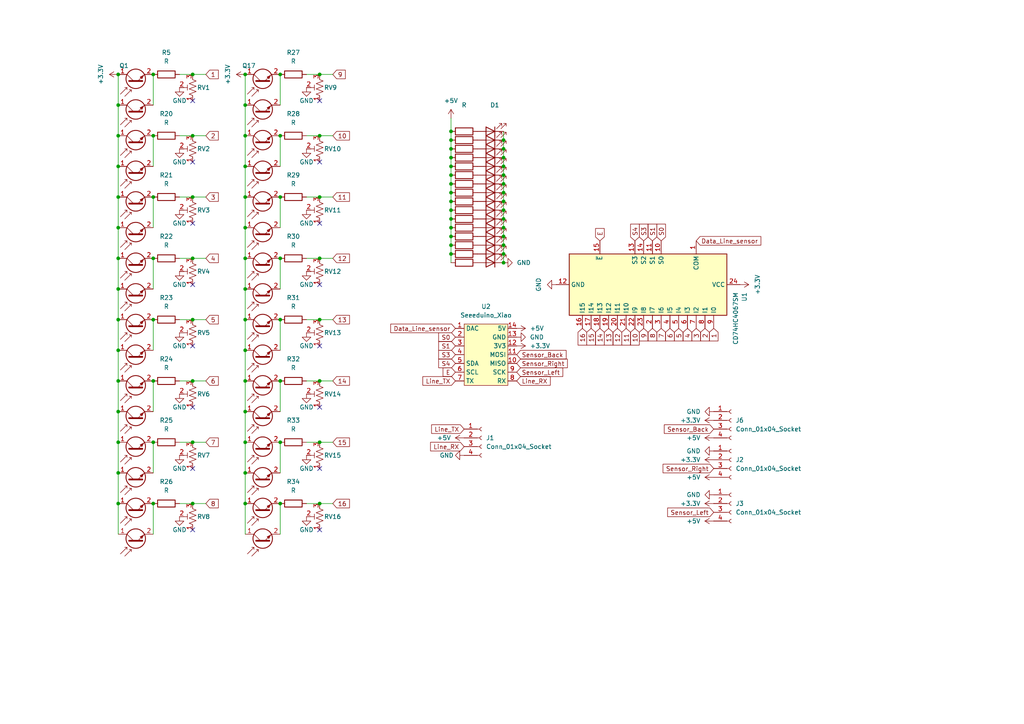
<source format=kicad_sch>
(kicad_sch (version 20230121) (generator eeschema)
  (paper "A4")
  (lib_symbols
    (symbol "74xx:CD74HC4067SM"
      (property "Reference" "U" (at -8.89 22.86 0))
      (property "Value" "CD74HC4067SM" (at 1.27 22.86 0))
      (symbol "CD74HC4067SM_0_1"
        (rectangle (start -8.89 21.59) (end 8.89 -24.13) (stroke (width 0.254)) (fill (type background)))
      )
      (symbol "CD74HC4067SM_1_1"
        (pin passive line (at -12.7 12.7 0) (length 3.81) (name "COM") (number "1"))
        (pin input line (at -12.7 2.54 0) (length 3.81) (name "S0") (number "10"))
        (pin input line (at -12.7 0 0) (length 3.81) (name "S1") (number "11"))
        (pin power_in line (at 0 -27.94 90) (length 3.81) (name "GND") (number "12"))
        (pin input line (at -12.7 -5.08 0) (length 3.81) (name "S3") (number "13"))
        (pin input line (at -12.7 -2.54 0) (length 3.81) (name "S2") (number "14"))
        (pin input line (at -12.7 -15.24 0) (length 3.81) (name "~{E}") (number "15"))
        (pin passive line (at 12.7 -20.32 180) (length 3.81) (name "I15") (number "16"))
        (pin passive line (at 12.7 -17.78 180) (length 3.81) (name "I14") (number "17"))
        (pin passive line (at 12.7 -15.24 180) (length 3.81) (name "I13") (number "18"))
        (pin passive line (at 12.7 -12.7 180) (length 3.81) (name "I12") (number "19"))
        (pin passive line (at 12.7 0 180) (length 3.81) (name "I7") (number "2"))
        (pin passive line (at 12.7 -10.16 180) (length 3.81) (name "I11") (number "20"))
        (pin passive line (at 12.7 -7.62 180) (length 3.81) (name "I10") (number "21"))
        (pin passive line (at 12.7 -5.08 180) (length 3.81) (name "I9") (number "22"))
        (pin passive line (at 12.7 -2.54 180) (length 3.81) (name "I8") (number "23"))
        (pin power_in line (at 0 25.4 270) (length 3.81) (name "VCC") (number "24"))
        (pin passive line (at 12.7 2.54 180) (length 3.81) (name "I6") (number "3"))
        (pin passive line (at 12.7 5.08 180) (length 3.81) (name "I5") (number "4"))
        (pin passive line (at 12.7 7.62 180) (length 3.81) (name "I4") (number "5"))
        (pin passive line (at 12.7 10.16 180) (length 3.81) (name "I3") (number "6"))
        (pin passive line (at 12.7 12.7 180) (length 3.81) (name "I2") (number "7"))
        (pin passive line (at 12.7 15.24 180) (length 3.81) (name "I1") (number "8"))
        (pin passive line (at 12.7 17.78 180) (length 3.81) (name "I0") (number "9"))
      )
    )
    (symbol "Connector:Conn_01x04_Socket" (pin_names (offset 1.016) hide)
      (property "Reference" "J" (at 0 5.08 0))
      (property "Value" "Conn_01x04_Socket" (at 0 -7.62 0))
      (symbol "Conn_01x04_Socket_1_1"
        (arc (start 0 -4.572) (mid -0.5058 -5.08) (end 0 -5.588) (stroke (width 0.1524)))
        (arc (start 0 -2.032) (mid -0.5058 -2.54) (end 0 -3.048) (stroke (width 0.1524)))
        (polyline (pts (xy -1.27 -5.08) (xy -0.508 -5.08)) (stroke (width 0.1524)))
        (polyline (pts (xy -1.27 -2.54) (xy -0.508 -2.54)) (stroke (width 0.1524)))
        (polyline (pts (xy -1.27 0) (xy -0.508 0)) (stroke (width 0.1524)))
        (polyline (pts (xy -1.27 2.54) (xy -0.508 2.54)) (stroke (width 0.1524)))
        (arc (start 0 0.508) (mid -0.5058 0) (end 0 -0.508) (stroke (width 0.1524)))
        (arc (start 0 3.048) (mid -0.5058 2.54) (end 0 2.032) (stroke (width 0.1524)))
        (pin passive line (at -5.08 2.54 0) (length 3.81) (name "Pin_1") (number "1"))
        (pin passive line (at -5.08 0 0) (length 3.81) (name "Pin_2") (number "2"))
        (pin passive line (at -5.08 -2.54 0) (length 3.81) (name "Pin_3") (number "3"))
        (pin passive line (at -5.08 -5.08 0) (length 3.81) (name "Pin_4") (number "4"))
      )
    )
    (symbol "Device:LED" (pin_numbers hide) (pin_names (offset 1.016) hide)
      (property "Reference" "D" (at 0 2.54 0))
      (property "Value" "LED" (at 0 -2.54 0))
      (symbol "LED_0_1"
        (polyline (pts (xy -1.27 -1.27) (xy -1.27 1.27)) (stroke (width 0.254)))
        (polyline (pts (xy -1.27 0) (xy 1.27 0)))
        (polyline (pts (xy 1.27 -1.27) (xy 1.27 1.27) (xy -1.27 0) (xy 1.27 -1.27)) (stroke (width 0.254)))
        (polyline (pts (xy -3.048 -0.762) (xy -4.572 -2.286) (xy -3.81 -2.286) (xy -4.572 -2.286) (xy -4.572 -1.524)))
        (polyline (pts (xy -1.778 -0.762) (xy -3.302 -2.286) (xy -2.54 -2.286) (xy -3.302 -2.286) (xy -3.302 -1.524)))
      )
      (symbol "LED_1_1"
        (pin passive line (at -3.81 0 0) (length 2.54) (name "K") (number "1"))
        (pin passive line (at 3.81 0 180) (length 2.54) (name "A") (number "2"))
      )
    )
    (symbol "Device:Q_Photo_NPN" (pin_names (offset 0) hide)
      (property "Reference" "Q" (at 5.08 1.27 0))
      (property "Value" "Q_Photo_NPN" (at 5.08 -1.27 0))
      (symbol "Q_Photo_NPN_0_1"
        (polyline (pts (xy -1.905 1.27) (xy -2.54 1.27)))
        (polyline (pts (xy -1.27 2.54) (xy -1.905 2.54)))
        (polyline (pts (xy 0.635 0.635) (xy 2.54 2.54)))
        (polyline (pts (xy -3.81 3.175) (xy -1.905 1.27) (xy -1.905 1.905)))
        (polyline (pts (xy -3.175 4.445) (xy -1.27 2.54) (xy -1.27 3.175)))
        (polyline (pts (xy 0.635 -0.635) (xy 2.54 -2.54) (xy 2.54 -2.54)))
        (polyline (pts (xy 0.635 1.905) (xy 0.635 -1.905) (xy 0.635 -1.905)) (stroke (width 0.508)))
        (polyline (pts (xy 1.27 -1.778) (xy 1.778 -1.27) (xy 2.286 -2.286) (xy 1.27 -1.778) (xy 1.27 -1.778)) (fill (type outline)))
        (circle (center 1.27 0) (radius 2.8194) (stroke (width 0.254)))
      )
      (symbol "Q_Photo_NPN_1_1"
        (pin passive line (at 2.54 5.08 270) (length 2.54) (name "C") (number "1"))
        (pin passive line (at 2.54 -5.08 90) (length 2.54) (name "E") (number "2"))
      )
    )
    (symbol "Device:R" (pin_numbers hide) (pin_names (offset 0))
      (property "Reference" "R" (at 2.032 0 90))
      (property "Value" "R" (at 0 0 90))
      (symbol "R_0_1"
        (rectangle (start -1.016 -2.54) (end 1.016 2.54) (stroke (width 0.254)))
      )
      (symbol "R_1_1"
        (pin passive line (at 0 3.81 270) (length 1.27) (name "~") (number "1"))
        (pin passive line (at 0 -3.81 90) (length 1.27) (name "~") (number "2"))
      )
    )
    (symbol "Device:R_Potentiometer_Trim_US" (pin_names (offset 1.016) hide)
      (property "Reference" "RV" (at -4.445 0 90))
      (property "Value" "R_Potentiometer_Trim_US" (at -2.54 0 90))
      (symbol "R_Potentiometer_Trim_US_0_1"
        (polyline (pts (xy 0 -2.286) (xy 0 -2.54)))
        (polyline (pts (xy 0 2.286) (xy 0 2.54)))
        (polyline (pts (xy 1.524 0.762) (xy 1.524 -0.762)))
        (polyline (pts (xy 2.54 0) (xy 1.524 0)))
        (polyline (pts (xy 0 -0.762) (xy 1.016 -1.143) (xy 0 -1.524) (xy -1.016 -1.905) (xy 0 -2.286)))
        (polyline (pts (xy 0 0.762) (xy 1.016 0.381) (xy 0 0) (xy -1.016 -0.381) (xy 0 -0.762)))
        (polyline (pts (xy 0 2.286) (xy 1.016 1.905) (xy 0 1.524) (xy -1.016 1.143) (xy 0 0.762)))
      )
      (symbol "R_Potentiometer_Trim_US_1_1"
        (pin passive line (at 0 3.81 270) (length 1.27) (name "1") (number "1"))
        (pin passive line (at 3.81 0 180) (length 1.27) (name "2") (number "2"))
        (pin passive line (at 0 -3.81 90) (length 1.27) (name "3") (number "3"))
      )
    )
    (symbol "power:+3.3V" (power) (pin_names (offset 0))
      (property "Value" "+3.3V" (at 0 3.556 0))
      (symbol "+3.3V_0_1"
        (polyline (pts (xy -0.762 1.27) (xy 0 2.54)))
        (polyline (pts (xy 0 0) (xy 0 2.54)))
        (polyline (pts (xy 0 2.54) (xy 0.762 1.27)))
      )
      (symbol "+3.3V_1_1"
        (pin power_in line (at 0 0 90) (length 0) hide (name "+3.3V") (number "1"))
      )
    )
    (symbol "power:+5V" (power) (pin_names (offset 0))
      (property "Value" "+5V" (at 0 3.556 0))
      (symbol "+5V_0_1"
        (polyline (pts (xy -0.762 1.27) (xy 0 2.54)))
        (polyline (pts (xy 0 0) (xy 0 2.54)))
        (polyline (pts (xy 0 2.54) (xy 0.762 1.27)))
      )
      (symbol "+5V_1_1"
        (pin power_in line (at 0 0 90) (length 0) hide (name "+5V") (number "1"))
      )
    )
    (symbol "power:GND" (power) (pin_names (offset 0))
      (property "Value" "GND" (at 0 -3.81 0))
      (symbol "GND_0_1"
        (polyline (pts (xy 0 0) (xy 0 -1.27) (xy 1.27 -1.27) (xy 0 -2.54) (xy -1.27 -1.27) (xy 0 -1.27)))
      )
      (symbol "GND_1_1"
        (pin power_in line (at 0 0 270) (length 0) hide (name "GND") (number "1"))
      )
    )
    (symbol "seeeduino_xiao:Seeeduino_Xiao"
      (property "Reference" "U" (at 0 12.7 0))
      (property "Value" "Seeeduino_Xiao" (at 0 10.16 0))
      (symbol "Seeeduino_Xiao_0_1"
        (rectangle (start -6.35 7.62) (end 6.35 -10.16) (fill (type background)))
      )
      (symbol "Seeeduino_Xiao_1_1"
        (pin bidirectional line (at -8.89 6.35 0) (length 2.54) (name "DAC") (number "1"))
        (pin bidirectional line (at 8.89 -3.81 180) (length 2.54) (name "MISO") (number "10"))
        (pin bidirectional line (at 8.89 -1.27 180) (length 2.54) (name "MOSI") (number "11"))
        (pin power_out line (at 8.89 1.27 180) (length 2.54) (name "3V3") (number "12"))
        (pin bidirectional line (at 8.89 3.81 180) (length 2.54) (name "GND") (number "13"))
        (pin power_in line (at 8.89 6.35 180) (length 2.54) (name "5V") (number "14"))
        (pin bidirectional line (at -8.89 3.81 0) (length 2.54) (name "") (number "2"))
        (pin bidirectional line (at -8.89 1.27 0) (length 2.54) (name "") (number "3"))
        (pin bidirectional line (at -8.89 -1.27 0) (length 2.54) (name "") (number "4"))
        (pin bidirectional line (at -8.89 -3.81 0) (length 2.54) (name "SDA") (number "5"))
        (pin bidirectional line (at -8.89 -6.35 0) (length 2.54) (name "SCL") (number "6"))
        (pin bidirectional line (at -8.89 -8.89 0) (length 2.54) (name "TX") (number "7"))
        (pin bidirectional line (at 8.89 -8.89 180) (length 2.54) (name "RX") (number "8"))
        (pin bidirectional line (at 8.89 -6.35 180) (length 2.54) (name "SCK") (number "9"))
      )
    )
  )
  (junction (at 81.28 128.27))
  (junction (at 71.12 57.15))
  (junction (at 146.05 58.42))
  (junction (at 34.29 146.05))
  (junction (at 34.29 39.37))
  (junction (at 55.88 92.71))
  (junction (at 44.45 74.93))
  (junction (at 55.88 39.37))
  (junction (at 71.12 119.38))
  (junction (at 71.12 74.93))
  (junction (at 55.88 57.15))
  (junction (at 81.28 74.93))
  (junction (at 92.71 110.49))
  (junction (at 44.45 110.49))
  (junction (at 34.29 83.82))
  (junction (at 34.29 30.48))
  (junction (at 146.05 55.88))
  (junction (at 146.05 53.34))
  (junction (at 34.29 101.6))
  (junction (at 130.81 73.66))
  (junction (at 71.12 66.04))
  (junction (at 34.29 128.27))
  (junction (at 44.45 92.71))
  (junction (at 146.05 43.18))
  (junction (at 81.28 92.71))
  (junction (at 92.71 128.27))
  (junction (at 55.88 74.93))
  (junction (at 81.28 146.05))
  (junction (at 146.05 40.64))
  (junction (at 130.81 68.58))
  (junction (at 34.29 57.15))
  (junction (at 146.05 66.04))
  (junction (at 81.28 39.37))
  (junction (at 55.88 110.49))
  (junction (at 130.81 40.64))
  (junction (at 81.28 21.59))
  (junction (at 146.05 50.8))
  (junction (at 44.45 57.15))
  (junction (at 130.81 53.34))
  (junction (at 55.88 146.05))
  (junction (at 146.05 60.96))
  (junction (at 34.29 110.49))
  (junction (at 92.71 39.37))
  (junction (at 146.05 63.5))
  (junction (at 71.12 110.49))
  (junction (at 130.81 50.8))
  (junction (at 44.45 21.59))
  (junction (at 92.71 92.71))
  (junction (at 146.05 48.26))
  (junction (at 81.28 110.49))
  (junction (at 92.71 74.93))
  (junction (at 130.81 55.88))
  (junction (at 130.81 45.72))
  (junction (at 130.81 58.42))
  (junction (at 71.12 92.71))
  (junction (at 146.05 45.72))
  (junction (at 34.29 74.93))
  (junction (at 130.81 48.26))
  (junction (at 92.71 146.05))
  (junction (at 34.29 119.38))
  (junction (at 92.71 57.15))
  (junction (at 92.71 21.59))
  (junction (at 81.28 57.15))
  (junction (at 44.45 39.37))
  (junction (at 130.81 60.96))
  (junction (at 34.29 92.71))
  (junction (at 71.12 137.16))
  (junction (at 71.12 39.37))
  (junction (at 146.05 73.66))
  (junction (at 34.29 48.26))
  (junction (at 146.05 68.58))
  (junction (at 55.88 128.27))
  (junction (at 71.12 30.48))
  (junction (at 71.12 146.05))
  (junction (at 130.81 66.04))
  (junction (at 34.29 66.04))
  (junction (at 44.45 146.05))
  (junction (at 71.12 48.26))
  (junction (at 71.12 101.6))
  (junction (at 130.81 43.18))
  (junction (at 130.81 63.5))
  (junction (at 71.12 128.27))
  (junction (at 130.81 71.12))
  (junction (at 146.05 76.2))
  (junction (at 130.81 38.1))
  (junction (at 146.05 71.12))
  (junction (at 34.29 137.16))
  (junction (at 71.12 83.82))
  (junction (at 71.12 21.59))
  (junction (at 55.88 21.59))
  (junction (at 34.29 21.59))
  (junction (at 44.45 128.27))
  (no_connect (at 55.88 100.33))
  (no_connect (at 92.71 153.67))
  (no_connect (at 92.71 29.21))
  (no_connect (at 55.88 82.55))
  (no_connect (at 92.71 64.77))
  (no_connect (at 92.71 100.33))
  (no_connect (at 55.88 46.99))
  (no_connect (at 55.88 153.67))
  (no_connect (at 92.71 82.55))
  (no_connect (at 92.71 135.89))
  (no_connect (at 55.88 118.11))
  (no_connect (at 55.88 64.77))
  (no_connect (at 55.88 135.89))
  (no_connect (at 92.71 118.11))
  (no_connect (at 92.71 46.99))
  (no_connect (at 55.88 29.21))
  (wire (pts (xy 34.29 92.71) (xy 34.29 101.6)))
  (wire (pts (xy 71.12 83.82) (xy 71.12 92.71)))
  (wire (pts (xy 130.81 34.29) (xy 130.81 38.1)))
  (wire (pts (xy 88.9 92.71) (xy 92.71 92.71)))
  (wire (pts (xy 55.88 146.05) (xy 59.69 146.05)))
  (wire (pts (xy 92.71 110.49) (xy 96.52 110.49)))
  (wire (pts (xy 92.71 57.15) (xy 96.52 57.15)))
  (wire (pts (xy 34.29 146.05) (xy 34.29 154.94)))
  (wire (pts (xy 34.29 66.04) (xy 34.29 74.93)))
  (wire (pts (xy 44.45 74.93) (xy 44.45 83.82)))
  (wire (pts (xy 71.12 48.26) (xy 71.12 57.15)))
  (wire (pts (xy 146.05 53.34) (xy 146.05 55.88)))
  (wire (pts (xy 130.81 53.34) (xy 130.81 55.88)))
  (wire (pts (xy 34.29 101.6) (xy 34.29 110.49)))
  (wire (pts (xy 130.81 66.04) (xy 130.81 68.58)))
  (wire (pts (xy 88.9 74.93) (xy 92.71 74.93)))
  (wire (pts (xy 130.81 45.72) (xy 130.81 48.26)))
  (wire (pts (xy 81.28 57.15) (xy 81.28 66.04)))
  (wire (pts (xy 146.05 45.72) (xy 146.05 48.26)))
  (wire (pts (xy 34.29 137.16) (xy 34.29 146.05)))
  (wire (pts (xy 52.07 146.05) (xy 55.88 146.05)))
  (wire (pts (xy 71.12 74.93) (xy 71.12 83.82)))
  (wire (pts (xy 92.71 74.93) (xy 96.52 74.93)))
  (wire (pts (xy 34.29 74.93) (xy 34.29 83.82)))
  (wire (pts (xy 130.81 68.58) (xy 130.81 71.12)))
  (wire (pts (xy 55.88 110.49) (xy 59.69 110.49)))
  (wire (pts (xy 71.12 128.27) (xy 71.12 137.16)))
  (wire (pts (xy 81.28 74.93) (xy 81.28 83.82)))
  (wire (pts (xy 81.28 146.05) (xy 81.28 154.94)))
  (wire (pts (xy 55.88 39.37) (xy 59.69 39.37)))
  (wire (pts (xy 44.45 128.27) (xy 44.45 137.16)))
  (wire (pts (xy 81.28 128.27) (xy 81.28 137.16)))
  (wire (pts (xy 88.9 146.05) (xy 92.71 146.05)))
  (wire (pts (xy 81.28 110.49) (xy 81.28 119.38)))
  (wire (pts (xy 71.12 92.71) (xy 71.12 101.6)))
  (wire (pts (xy 55.88 74.93) (xy 59.69 74.93)))
  (wire (pts (xy 44.45 110.49) (xy 44.45 119.38)))
  (wire (pts (xy 92.71 92.71) (xy 96.52 92.71)))
  (wire (pts (xy 44.45 92.71) (xy 44.45 101.6)))
  (wire (pts (xy 130.81 58.42) (xy 130.81 60.96)))
  (wire (pts (xy 92.71 21.59) (xy 96.52 21.59)))
  (wire (pts (xy 92.71 146.05) (xy 96.52 146.05)))
  (wire (pts (xy 130.81 71.12) (xy 130.81 73.66)))
  (wire (pts (xy 88.9 21.59) (xy 92.71 21.59)))
  (wire (pts (xy 52.07 110.49) (xy 55.88 110.49)))
  (wire (pts (xy 146.05 66.04) (xy 146.05 68.58)))
  (wire (pts (xy 88.9 110.49) (xy 92.71 110.49)))
  (wire (pts (xy 146.05 63.5) (xy 146.05 66.04)))
  (wire (pts (xy 34.29 83.82) (xy 34.29 92.71)))
  (wire (pts (xy 146.05 43.18) (xy 146.05 45.72)))
  (wire (pts (xy 34.29 119.38) (xy 34.29 128.27)))
  (wire (pts (xy 146.05 58.42) (xy 146.05 60.96)))
  (wire (pts (xy 130.81 55.88) (xy 130.81 58.42)))
  (wire (pts (xy 55.88 21.59) (xy 59.69 21.59)))
  (wire (pts (xy 71.12 101.6) (xy 71.12 110.49)))
  (wire (pts (xy 146.05 50.8) (xy 146.05 53.34)))
  (wire (pts (xy 71.12 57.15) (xy 71.12 66.04)))
  (wire (pts (xy 34.29 39.37) (xy 34.29 48.26)))
  (wire (pts (xy 44.45 39.37) (xy 44.45 48.26)))
  (wire (pts (xy 34.29 48.26) (xy 34.29 57.15)))
  (wire (pts (xy 146.05 38.1) (xy 146.05 40.64)))
  (wire (pts (xy 88.9 57.15) (xy 92.71 57.15)))
  (wire (pts (xy 55.88 57.15) (xy 59.69 57.15)))
  (wire (pts (xy 52.07 92.71) (xy 55.88 92.71)))
  (wire (pts (xy 71.12 146.05) (xy 71.12 154.94)))
  (wire (pts (xy 34.29 57.15) (xy 34.29 66.04)))
  (wire (pts (xy 71.12 39.37) (xy 71.12 48.26)))
  (wire (pts (xy 146.05 55.88) (xy 146.05 58.42)))
  (wire (pts (xy 71.12 30.48) (xy 71.12 39.37)))
  (wire (pts (xy 34.29 128.27) (xy 34.29 137.16)))
  (wire (pts (xy 34.29 21.59) (xy 34.29 30.48)))
  (wire (pts (xy 44.45 57.15) (xy 44.45 66.04)))
  (wire (pts (xy 52.07 21.59) (xy 55.88 21.59)))
  (wire (pts (xy 71.12 137.16) (xy 71.12 146.05)))
  (wire (pts (xy 146.05 73.66) (xy 146.05 76.2)))
  (wire (pts (xy 81.28 92.71) (xy 81.28 101.6)))
  (wire (pts (xy 130.81 50.8) (xy 130.81 53.34)))
  (wire (pts (xy 130.81 73.66) (xy 130.81 76.2)))
  (wire (pts (xy 44.45 21.59) (xy 44.45 30.48)))
  (wire (pts (xy 130.81 43.18) (xy 130.81 45.72)))
  (wire (pts (xy 130.81 63.5) (xy 130.81 66.04)))
  (wire (pts (xy 81.28 39.37) (xy 81.28 48.26)))
  (wire (pts (xy 44.45 146.05) (xy 44.45 154.94)))
  (wire (pts (xy 146.05 71.12) (xy 146.05 73.66)))
  (wire (pts (xy 52.07 57.15) (xy 55.88 57.15)))
  (wire (pts (xy 52.07 39.37) (xy 55.88 39.37)))
  (wire (pts (xy 52.07 74.93) (xy 55.88 74.93)))
  (wire (pts (xy 130.81 38.1) (xy 130.81 40.64)))
  (wire (pts (xy 52.07 128.27) (xy 55.88 128.27)))
  (wire (pts (xy 34.29 110.49) (xy 34.29 119.38)))
  (wire (pts (xy 146.05 40.64) (xy 146.05 43.18)))
  (wire (pts (xy 71.12 119.38) (xy 71.12 128.27)))
  (wire (pts (xy 146.05 48.26) (xy 146.05 50.8)))
  (wire (pts (xy 92.71 39.37) (xy 96.52 39.37)))
  (wire (pts (xy 71.12 66.04) (xy 71.12 74.93)))
  (wire (pts (xy 130.81 40.64) (xy 130.81 43.18)))
  (wire (pts (xy 130.81 60.96) (xy 130.81 63.5)))
  (wire (pts (xy 55.88 92.71) (xy 59.69 92.71)))
  (wire (pts (xy 81.28 21.59) (xy 81.28 30.48)))
  (wire (pts (xy 88.9 128.27) (xy 92.71 128.27)))
  (wire (pts (xy 92.71 128.27) (xy 96.52 128.27)))
  (wire (pts (xy 34.29 30.48) (xy 34.29 39.37)))
  (wire (pts (xy 88.9 39.37) (xy 92.71 39.37)))
  (wire (pts (xy 146.05 68.58) (xy 146.05 71.12)))
  (wire (pts (xy 55.88 128.27) (xy 59.69 128.27)))
  (wire (pts (xy 146.05 60.96) (xy 146.05 63.5)))
  (wire (pts (xy 71.12 21.59) (xy 71.12 30.48)))
  (wire (pts (xy 71.12 110.49) (xy 71.12 119.38)))
  (wire (pts (xy 130.81 48.26) (xy 130.81 50.8)))
  (global_label "Sensor_Right" (shape input) (at 207.01 135.89 180) (property "Intersheetrefs" "${INTERSHEET_REFS}" (effects hide)))
  (global_label "Sensor_Right" (shape input) (at 149.86 105.41 0) (property "Intersheetrefs" "${INTERSHEET_REFS}" (effects hide)))
  (global_label "9" (shape input) (at 186.69 95.25 270) (property "Intersheetrefs" "${INTERSHEET_REFS}" (effects hide)))
  (global_label "Line_TX" (shape input) (at 132.08 110.49 180) (property "Intersheetrefs" "${INTERSHEET_REFS}" (effects hide)))
  (global_label "Data_Line_sensor" (shape input) (at 132.08 95.25 180) (property "Intersheetrefs" "${INTERSHEET_REFS}" (effects hide)))
  (global_label "2" (shape input) (at 59.69 39.37 0) (property "Intersheetrefs" "${INTERSHEET_REFS}" (effects hide)))
  (global_label "3" (shape input) (at 59.69 57.15 0) (property "Intersheetrefs" "${INTERSHEET_REFS}" (effects hide)))
  (global_label "1" (shape input) (at 207.01 95.25 270) (property "Intersheetrefs" "${INTERSHEET_REFS}" (effects hide)))
  (global_label "Sensor_Left" (shape input) (at 207.01 148.59 180) (property "Intersheetrefs" "${INTERSHEET_REFS}" (effects hide)))
  (global_label "5" (shape input) (at 59.69 92.71 0) (property "Intersheetrefs" "${INTERSHEET_REFS}" (effects hide)))
  (global_label "3" (shape input) (at 201.93 95.25 270) (property "Intersheetrefs" "${INTERSHEET_REFS}" (effects hide)))
  (global_label "Sensor_Back" (shape input) (at 207.01 124.46 180) (property "Intersheetrefs" "${INTERSHEET_REFS}" (effects hide)))
  (global_label "S4" (shape input) (at 132.08 105.41 180) (property "Intersheetrefs" "${INTERSHEET_REFS}" (effects hide)))
  (global_label "Line_RX" (shape input) (at 149.86 110.49 0) (property "Intersheetrefs" "${INTERSHEET_REFS}" (effects hide)))
  (global_label "13" (shape input) (at 96.52 92.71 0) (property "Intersheetrefs" "${INTERSHEET_REFS}" (effects hide)))
  (global_label "10" (shape input) (at 96.52 39.37 0) (property "Intersheetrefs" "${INTERSHEET_REFS}" (effects hide)))
  (global_label "6" (shape input) (at 194.31 95.25 270) (property "Intersheetrefs" "${INTERSHEET_REFS}" (effects hide)))
  (global_label "Line_TX" (shape input) (at 134.62 124.46 180) (property "Intersheetrefs" "${INTERSHEET_REFS}" (effects hide)))
  (global_label "6" (shape input) (at 59.69 110.49 0) (property "Intersheetrefs" "${INTERSHEET_REFS}" (effects hide)))
  (global_label "Line_RX" (shape input) (at 134.62 129.54 180) (property "Intersheetrefs" "${INTERSHEET_REFS}" (effects hide)))
  (global_label "16" (shape input) (at 168.91 95.25 270) (property "Intersheetrefs" "${INTERSHEET_REFS}" (effects hide)))
  (global_label "S3" (shape input) (at 132.08 102.87 180) (property "Intersheetrefs" "${INTERSHEET_REFS}" (effects hide)))
  (global_label "2" (shape input) (at 204.47 95.25 270) (property "Intersheetrefs" "${INTERSHEET_REFS}" (effects hide)))
  (global_label "15" (shape input) (at 96.52 128.27 0) (property "Intersheetrefs" "${INTERSHEET_REFS}" (effects hide)))
  (global_label "4" (shape input) (at 199.39 95.25 270) (property "Intersheetrefs" "${INTERSHEET_REFS}" (effects hide)))
  (global_label "8" (shape input) (at 59.69 146.05 0) (property "Intersheetrefs" "${INTERSHEET_REFS}" (effects hide)))
  (global_label "S1" (shape input) (at 189.23 69.85 90) (property "Intersheetrefs" "${INTERSHEET_REFS}" (effects hide)))
  (global_label "7" (shape input) (at 191.77 95.25 270) (property "Intersheetrefs" "${INTERSHEET_REFS}" (effects hide)))
  (global_label "16" (shape input) (at 96.52 146.05 0) (property "Intersheetrefs" "${INTERSHEET_REFS}" (effects hide)))
  (global_label "Data_Line_sensor" (shape input) (at 201.93 69.85 0) (property "Intersheetrefs" "${INTERSHEET_REFS}" (effects hide)))
  (global_label "13" (shape input) (at 176.53 95.25 270) (property "Intersheetrefs" "${INTERSHEET_REFS}" (effects hide)))
  (global_label "9" (shape input) (at 96.52 21.59 0) (property "Intersheetrefs" "${INTERSHEET_REFS}" (effects hide)))
  (global_label "11" (shape input) (at 181.61 95.25 270) (property "Intersheetrefs" "${INTERSHEET_REFS}" (effects hide)))
  (global_label "14" (shape input) (at 96.52 110.49 0) (property "Intersheetrefs" "${INTERSHEET_REFS}" (effects hide)))
  (global_label "7" (shape input) (at 59.69 128.27 0) (property "Intersheetrefs" "${INTERSHEET_REFS}" (effects hide)))
  (global_label "S0" (shape input) (at 191.77 69.85 90) (property "Intersheetrefs" "${INTERSHEET_REFS}" (effects hide)))
  (global_label "1" (shape input) (at 59.69 21.59 0) (property "Intersheetrefs" "${INTERSHEET_REFS}" (effects hide)))
  (global_label "S3" (shape input) (at 186.69 69.85 90) (property "Intersheetrefs" "${INTERSHEET_REFS}" (effects hide)))
  (global_label "4" (shape input) (at 59.69 74.93 0) (property "Intersheetrefs" "${INTERSHEET_REFS}" (effects hide)))
  (global_label "Sensor_Left" (shape input) (at 149.86 107.95 0) (property "Intersheetrefs" "${INTERSHEET_REFS}" (effects hide)))
  (global_label "12" (shape input) (at 96.52 74.93 0) (property "Intersheetrefs" "${INTERSHEET_REFS}" (effects hide)))
  (global_label "15" (shape input) (at 171.45 95.25 270) (property "Intersheetrefs" "${INTERSHEET_REFS}" (effects hide)))
  (global_label "E" (shape input) (at 173.99 69.85 90) (property "Intersheetrefs" "${INTERSHEET_REFS}" (effects hide)))
  (global_label "10" (shape input) (at 184.15 95.25 270) (property "Intersheetrefs" "${INTERSHEET_REFS}" (effects hide)))
  (global_label "12" (shape input) (at 179.07 95.25 270) (property "Intersheetrefs" "${INTERSHEET_REFS}" (effects hide)))
  (global_label "14" (shape input) (at 173.99 95.25 270) (property "Intersheetrefs" "${INTERSHEET_REFS}" (effects hide)))
  (global_label "8" (shape input) (at 189.23 95.25 270) (property "Intersheetrefs" "${INTERSHEET_REFS}" (effects hide)))
  (global_label "S1" (shape input) (at 132.08 100.33 180) (property "Intersheetrefs" "${INTERSHEET_REFS}" (effects hide)))
  (global_label "5" (shape input) (at 196.85 95.25 270) (property "Intersheetrefs" "${INTERSHEET_REFS}" (effects hide)))
  (global_label "S0" (shape input) (at 132.08 97.79 180) (property "Intersheetrefs" "${INTERSHEET_REFS}" (effects hide)))
  (global_label "Sensor_Back" (shape input) (at 149.86 102.87 0) (property "Intersheetrefs" "${INTERSHEET_REFS}" (effects hide)))
  (global_label "11" (shape input) (at 96.52 57.15 0) (property "Intersheetrefs" "${INTERSHEET_REFS}" (effects hide)))
  (global_label "E" (shape input) (at 132.08 107.95 180) (property "Intersheetrefs" "${INTERSHEET_REFS}" (effects hide)))
  (global_label "S4" (shape input) (at 184.15 69.85 90) (property "Intersheetrefs" "${INTERSHEET_REFS}" (effects hide)))
  (symbol (lib_id "Device:R_Potentiometer_Trim_US") (at 92.71 78.74 180) (unit 1)
    (property "Reference" "RV12" (at 93.98 78.74 0) (effects (justify right)))
    (property "Value" "R_Potentiometer_Trim_US" (effects hide))
    (property "Footprint" "Potentiometer_SMD:Potentiometer_Vishay_TS53YJ_Vertical" (effects hide))
  )
  (symbol (lib_id "Device:Q_Photo_NPN") (at 39.37 86.36 90) (unit 1)
    (property "Reference" "Q8" (effects hide))
    (property "Value" "Q_Photo_NPN" (effects hide))
    (property "Footprint" "LED_THT:LED_D3.0mm_Clear" (effects hide))
  )
  (symbol (lib_id "Device:Q_Photo_NPN") (at 39.37 130.81 90) (unit 1)
    (property "Reference" "Q13" (effects hide))
    (property "Value" "Q_Photo_NPN" (effects hide))
    (property "Footprint" "LED_THT:LED_D3.0mm_Clear" (effects hide))
  )
  (symbol (lib_id "power:GND") (at 52.07 60.96 0) (unit 1)
    (property "Reference" "#PWR010" (effects hide))
    (property "Value" "GND" (at 52.07 64.77 0))
  )
  (symbol (lib_id "Device:Q_Photo_NPN") (at 76.2 77.47 90) (unit 1)
    (property "Reference" "Q23" (effects hide))
    (property "Value" "Q_Photo_NPN" (effects hide))
    (property "Footprint" "LED_THT:LED_D3.0mm_Clear" (effects hide))
  )
  (symbol (lib_id "Device:R") (at 48.26 92.71 90) (unit 1)
    (property "Reference" "R23" (at 48.26 86.36 90))
    (property "Value" "R" (at 48.26 88.9 90))
    (property "Footprint" "Resistor_SMD:R_0805_2012Metric" (effects hide))
  )
  (symbol (lib_id "Device:R") (at 85.09 21.59 90) (unit 1)
    (property "Reference" "R27" (at 85.09 15.24 90))
    (property "Value" "R" (at 85.09 17.78 90))
    (property "Footprint" "Resistor_SMD:R_0805_2012Metric" (effects hide))
  )
  (symbol (lib_id "Device:Q_Photo_NPN") (at 39.37 148.59 90) (unit 1)
    (property "Reference" "Q15" (effects hide))
    (property "Value" "Q_Photo_NPN" (effects hide))
    (property "Footprint" "LED_THT:LED_D3.0mm_Clear" (effects hide))
  )
  (symbol (lib_id "Device:R") (at 48.26 21.59 90) (unit 1)
    (property "Reference" "R5" (at 48.26 15.24 90))
    (property "Value" "R" (at 48.26 17.78 90))
    (property "Footprint" "Resistor_SMD:R_0805_2012Metric" (effects hide))
  )
  (symbol (lib_id "Device:R_Potentiometer_Trim_US") (at 92.71 114.3 180) (unit 1)
    (property "Reference" "RV14" (at 93.98 114.3 0) (effects (justify right)))
    (property "Value" "R_Potentiometer_Trim_US" (effects hide))
    (property "Footprint" "Potentiometer_SMD:Potentiometer_Vishay_TS53YJ_Vertical" (effects hide))
  )
  (symbol (lib_id "Device:LED") (at 142.24 60.96 180) (unit 1)
    (property "Reference" "D10" (effects hide))
    (property "Value" "LED" (effects hide))
    (property "Footprint" "LED_THT:LED_D3.0mm_Clear" (effects hide))
  )
  (symbol (lib_id "Device:R") (at 85.09 146.05 90) (unit 1)
    (property "Reference" "R34" (at 85.09 139.7 90))
    (property "Value" "R" (at 85.09 142.24 90))
    (property "Footprint" "Resistor_SMD:R_0805_2012Metric" (effects hide))
  )
  (symbol (lib_id "Device:Q_Photo_NPN") (at 39.37 59.69 90) (unit 1)
    (property "Reference" "Q5" (effects hide))
    (property "Value" "Q_Photo_NPN" (effects hide))
    (property "Footprint" "LED_THT:LED_D3.0mm_Clear" (effects hide))
  )
  (symbol (lib_id "Device:Q_Photo_NPN") (at 76.2 130.81 90) (unit 1)
    (property "Reference" "Q29" (effects hide))
    (property "Value" "Q_Photo_NPN" (effects hide))
    (property "Footprint" "LED_THT:LED_D3.0mm_Clear" (effects hide))
  )
  (symbol (lib_id "power:GND") (at 52.07 43.18 0) (unit 1)
    (property "Reference" "#PWR09" (effects hide))
    (property "Value" "GND" (at 52.07 46.99 0))
  )
  (symbol (lib_id "Device:R_Potentiometer_Trim_US") (at 92.71 132.08 180) (unit 1)
    (property "Reference" "RV15" (at 93.98 132.08 0) (effects (justify right)))
    (property "Value" "R_Potentiometer_Trim_US" (effects hide))
    (property "Footprint" "Potentiometer_SMD:Potentiometer_Vishay_TS53YJ_Vertical" (effects hide))
  )
  (symbol (lib_id "power:GND") (at 88.9 114.3 0) (unit 1)
    (property "Reference" "#PWR021" (effects hide))
    (property "Value" "GND" (at 88.9 118.11 0))
  )
  (symbol (lib_id "Device:LED") (at 142.24 48.26 180) (unit 1)
    (property "Reference" "D5" (effects hide))
    (property "Value" "LED" (effects hide))
    (property "Footprint" "LED_THT:LED_D3.0mm_Clear" (effects hide))
  )
  (symbol (lib_id "power:+3.3V") (at 207.01 133.35 90) (unit 1)
    (property "Reference" "#PWR031" (effects hide))
    (property "Value" "+3.3V" (at 203.2 133.35 90) (effects (justify left)))
  )
  (symbol (lib_id "Device:Q_Photo_NPN") (at 39.37 33.02 90) (unit 1)
    (property "Reference" "Q2" (effects hide))
    (property "Value" "Q_Photo_NPN" (effects hide))
    (property "Footprint" "LED_THT:LED_D3.0mm_Clear" (effects hide))
  )
  (symbol (lib_id "Device:Q_Photo_NPN") (at 39.37 157.48 90) (unit 1)
    (property "Reference" "Q16" (effects hide))
    (property "Value" "Q_Photo_NPN" (effects hide))
    (property "Footprint" "LED_THT:LED_D3.0mm_Clear" (effects hide))
  )
  (symbol (lib_id "Device:R") (at 48.26 146.05 90) (unit 1)
    (property "Reference" "R26" (at 48.26 139.7 90))
    (property "Value" "R" (at 48.26 142.24 90))
    (property "Footprint" "Resistor_SMD:R_0805_2012Metric" (effects hide))
  )
  (symbol (lib_id "Device:Q_Photo_NPN") (at 39.37 121.92 90) (unit 1)
    (property "Reference" "Q12" (effects hide))
    (property "Value" "Q_Photo_NPN" (effects hide))
    (property "Footprint" "LED_THT:LED_D3.0mm_Clear" (effects hide))
  )
  (symbol (lib_id "Device:R_Potentiometer_Trim_US") (at 92.71 60.96 180) (unit 1)
    (property "Reference" "RV11" (at 93.98 60.96 0) (effects (justify right)))
    (property "Value" "R_Potentiometer_Trim_US" (effects hide))
    (property "Footprint" "Potentiometer_SMD:Potentiometer_Vishay_TS53YJ_Vertical" (effects hide))
  )
  (symbol (lib_id "Device:R_Potentiometer_Trim_US") (at 92.71 96.52 180) (unit 1)
    (property "Reference" "RV13" (at 93.98 96.52 0) (effects (justify right)))
    (property "Value" "R_Potentiometer_Trim_US" (effects hide))
    (property "Footprint" "Potentiometer_SMD:Potentiometer_Vishay_TS53YJ_Vertical" (effects hide))
  )
  (symbol (lib_id "power:GND") (at 52.07 78.74 0) (unit 1)
    (property "Reference" "#PWR011" (effects hide))
    (property "Value" "GND" (at 52.07 82.55 0))
  )
  (symbol (lib_id "Device:R_Potentiometer_Trim_US") (at 55.88 78.74 180) (unit 1)
    (property "Reference" "RV4" (at 57.15 78.74 0) (effects (justify right)))
    (property "Value" "R_Potentiometer_Trim_US" (effects hide))
    (property "Footprint" "Potentiometer_SMD:Potentiometer_Vishay_TS53YJ_Vertical" (effects hide))
  )
  (symbol (lib_id "power:GND") (at 88.9 43.18 0) (unit 1)
    (property "Reference" "#PWR017" (effects hide))
    (property "Value" "GND" (at 88.9 46.99 0))
  )
  (symbol (lib_id "Device:LED") (at 142.24 40.64 180) (unit 1)
    (property "Reference" "D2" (effects hide))
    (property "Value" "LED" (effects hide))
    (property "Footprint" "LED_THT:LED_D3.0mm_Clear" (effects hide))
  )
  (symbol (lib_id "Device:R") (at 134.62 53.34 90) (unit 1)
    (property "Reference" "R8" (effects hide))
    (property "Value" "R" (effects hide))
    (property "Footprint" "Resistor_SMD:R_0805_2012Metric" (effects hide))
  )
  (symbol (lib_id "Device:R_Potentiometer_Trim_US") (at 55.88 149.86 180) (unit 1)
    (property "Reference" "RV8" (at 57.15 149.86 0) (effects (justify right)))
    (property "Value" "R_Potentiometer_Trim_US" (effects hide))
    (property "Footprint" "Potentiometer_SMD:Potentiometer_Vishay_TS53YJ_Vertical" (effects hide))
  )
  (symbol (lib_id "Device:R") (at 134.62 71.12 90) (unit 1)
    (property "Reference" "R15" (effects hide))
    (property "Value" "R" (effects hide))
    (property "Footprint" "Resistor_SMD:R_0805_2012Metric" (effects hide))
  )
  (symbol (lib_id "Device:R") (at 134.62 50.8 90) (unit 1)
    (property "Reference" "R7" (effects hide))
    (property "Value" "R" (effects hide))
    (property "Footprint" "Resistor_SMD:R_0805_2012Metric" (effects hide))
  )
  (symbol (lib_id "Device:R") (at 85.09 110.49 90) (unit 1)
    (property "Reference" "R32" (at 85.09 104.14 90))
    (property "Value" "R" (at 85.09 106.68 90))
    (property "Footprint" "Resistor_SMD:R_0805_2012Metric" (effects hide))
  )
  (symbol (lib_id "power:+3.3V") (at 149.86 100.33 270) (unit 1)
    (property "Reference" "#PWR026" (effects hide))
    (property "Value" "+3.3V" (at 153.67 100.33 90) (effects (justify left)))
  )
  (symbol (lib_id "power:GND") (at 52.07 149.86 0) (unit 1)
    (property "Reference" "#PWR015" (effects hide))
    (property "Value" "GND" (at 52.07 153.67 0))
  )
  (symbol (lib_id "Device:R") (at 134.62 40.64 90) (unit 1)
    (property "Reference" "R2" (effects hide))
    (property "Value" "R" (effects hide))
    (property "Footprint" "Resistor_SMD:R_0805_2012Metric" (effects hide))
  )
  (symbol (lib_id "Device:R") (at 134.62 76.2 90) (unit 1)
    (property "Reference" "R17" (effects hide))
    (property "Value" "R" (effects hide))
    (property "Footprint" "Resistor_SMD:R_0805_2012Metric" (effects hide))
  )
  (symbol (lib_id "Device:R") (at 134.62 38.1 90) (unit 1)
    (property "Reference" "R1" (effects hide))
    (property "Value" "R" (effects hide))
    (property "Footprint" "Resistor_SMD:R_0805_2012Metric" (effects hide))
  )
  (symbol (lib_id "power:GND") (at 207.01 130.81 270) (unit 1)
    (property "Reference" "#PWR037" (effects hide))
    (property "Value" "GND" (at 203.2 130.81 90) (effects (justify right)))
  )
  (symbol (lib_id "Device:R_Potentiometer_Trim_US") (at 92.71 43.18 180) (unit 1)
    (property "Reference" "RV10" (at 93.98 43.18 0) (effects (justify right)))
    (property "Value" "R_Potentiometer_Trim_US" (effects hide))
    (property "Footprint" "Potentiometer_SMD:Potentiometer_Vishay_TS53YJ_Vertical" (effects hide))
  )
  (symbol (lib_id "Device:R") (at 85.09 92.71 90) (unit 1)
    (property "Reference" "R31" (at 85.09 86.36 90))
    (property "Value" "R" (at 85.09 88.9 90))
    (property "Footprint" "Resistor_SMD:R_0805_2012Metric" (effects hide))
  )
  (symbol (lib_id "Device:LED") (at 142.24 63.5 180) (unit 1)
    (property "Reference" "D11" (effects hide))
    (property "Value" "LED" (effects hide))
    (property "Footprint" "LED_THT:LED_D3.0mm_Clear" (effects hide))
  )
  (symbol (lib_id "Device:R_Potentiometer_Trim_US") (at 55.88 114.3 180) (unit 1)
    (property "Reference" "RV6" (at 57.15 114.3 0) (effects (justify right)))
    (property "Value" "R_Potentiometer_Trim_US" (effects hide))
    (property "Footprint" "Potentiometer_SMD:Potentiometer_Vishay_TS53YJ_Vertical" (effects hide))
  )
  (symbol (lib_id "Device:R_Potentiometer_Trim_US") (at 55.88 132.08 180) (unit 1)
    (property "Reference" "RV7" (at 57.15 132.08 0) (effects (justify right)))
    (property "Value" "R_Potentiometer_Trim_US" (effects hide))
    (property "Footprint" "Potentiometer_SMD:Potentiometer_Vishay_TS53YJ_Vertical" (effects hide))
  )
  (symbol (lib_id "Device:R") (at 134.62 45.72 90) (unit 1)
    (property "Reference" "R4" (effects hide))
    (property "Value" "R" (effects hide))
    (property "Footprint" "Resistor_SMD:R_0805_2012Metric" (effects hide))
  )
  (symbol (lib_id "power:GND") (at 161.29 82.55 270) (unit 1)
    (property "Reference" "#PWR05" (effects hide))
    (property "Value" "GND" (at 156.21 82.55 0))
  )
  (symbol (lib_id "power:+5V") (at 149.86 95.25 270) (unit 1)
    (property "Reference" "#PWR024" (effects hide))
    (property "Value" "+5V" (at 153.67 95.25 90) (effects (justify left)))
  )
  (symbol (lib_id "Device:LED") (at 142.24 43.18 180) (unit 1)
    (property "Reference" "D3" (effects hide))
    (property "Value" "LED" (effects hide))
    (property "Footprint" "LED_THT:LED_D3.0mm_Clear" (effects hide))
  )
  (symbol (lib_id "Device:R") (at 134.62 63.5 90) (unit 1)
    (property "Reference" "R12" (effects hide))
    (property "Value" "R" (effects hide))
    (property "Footprint" "Resistor_SMD:R_0805_2012Metric" (effects hide))
  )
  (symbol (lib_id "Device:R") (at 48.26 110.49 90) (unit 1)
    (property "Reference" "R24" (at 48.26 104.14 90))
    (property "Value" "R" (at 48.26 106.68 90))
    (property "Footprint" "Resistor_SMD:R_0805_2012Metric" (effects hide))
  )
  (symbol (lib_id "Device:LED") (at 142.24 55.88 180) (unit 1)
    (property "Reference" "D8" (effects hide))
    (property "Value" "LED" (effects hide))
    (property "Footprint" "LED_THT:LED_D3.0mm_Clear" (effects hide))
  )
  (symbol (lib_id "Device:Q_Photo_NPN") (at 39.37 41.91 90) (unit 1)
    (property "Reference" "Q3" (effects hide))
    (property "Value" "Q_Photo_NPN" (effects hide))
    (property "Footprint" "LED_THT:LED_D3.0mm_Clear" (effects hide))
  )
  (symbol (lib_id "Device:Q_Photo_NPN") (at 39.37 68.58 90) (unit 1)
    (property "Reference" "Q6" (effects hide))
    (property "Value" "Q_Photo_NPN" (effects hide))
    (property "Footprint" "LED_THT:LED_D3.0mm_Clear" (effects hide))
  )
  (symbol (lib_id "Device:R") (at 134.62 66.04 90) (unit 1)
    (property "Reference" "R13" (effects hide))
    (property "Value" "R" (effects hide))
    (property "Footprint" "Resistor_SMD:R_0805_2012Metric" (effects hide))
  )
  (symbol (lib_id "power:+3.3V") (at 207.01 146.05 90) (unit 1)
    (property "Reference" "#PWR030" (effects hide))
    (property "Value" "+3.3V" (at 203.2 146.05 90) (effects (justify left)))
  )
  (symbol (lib_id "Device:R_Potentiometer_Trim_US") (at 92.71 149.86 180) (unit 1)
    (property "Reference" "RV16" (at 93.98 149.86 0) (effects (justify right)))
    (property "Value" "R_Potentiometer_Trim_US" (effects hide))
    (property "Footprint" "Potentiometer_SMD:Potentiometer_Vishay_TS53YJ_Vertical" (effects hide))
  )
  (symbol (lib_id "Device:LED") (at 142.24 58.42 180) (unit 1)
    (property "Reference" "D9" (effects hide))
    (property "Value" "LED" (effects hide))
    (property "Footprint" "LED_THT:LED_D3.0mm_Clear" (effects hide))
  )
  (symbol (lib_id "Device:Q_Photo_NPN") (at 76.2 104.14 90) (unit 1)
    (property "Reference" "Q26" (effects hide))
    (property "Value" "Q_Photo_NPN" (effects hide))
    (property "Footprint" "LED_THT:LED_D3.0mm_Clear" (effects hide))
  )
  (symbol (lib_id "Device:Q_Photo_NPN") (at 76.2 121.92 90) (unit 1)
    (property "Reference" "Q28" (effects hide))
    (property "Value" "Q_Photo_NPN" (effects hide))
    (property "Footprint" "LED_THT:LED_D3.0mm_Clear" (effects hide))
  )
  (symbol (lib_id "Device:Q_Photo_NPN") (at 39.37 24.13 90) (unit 1)
    (property "Reference" "Q1" (at 37.3507 19.05 90) (effects (justify left)))
    (property "Value" "Q_Photo_NPN" (effects hide))
    (property "Footprint" "LED_THT:LED_D3.0mm_Clear" (effects hide))
  )
  (symbol (lib_id "Device:LED") (at 142.24 53.34 180) (unit 1)
    (property "Reference" "D7" (effects hide))
    (property "Value" "LED" (effects hide))
    (property "Footprint" "LED_THT:LED_D3.0mm_Clear" (effects hide))
  )
  (symbol (lib_id "power:GND") (at 88.9 132.08 0) (unit 1)
    (property "Reference" "#PWR022" (effects hide))
    (property "Value" "GND" (at 88.9 135.89 0))
  )
  (symbol (lib_id "Device:Q_Photo_NPN") (at 76.2 41.91 90) (unit 1)
    (property "Reference" "Q19" (effects hide))
    (property "Value" "Q_Photo_NPN" (effects hide))
    (property "Footprint" "LED_THT:LED_D3.0mm_Clear" (effects hide))
  )
  (symbol (lib_id "Device:LED") (at 142.24 71.12 180) (unit 1)
    (property "Reference" "D14" (effects hide))
    (property "Value" "LED" (effects hide))
    (property "Footprint" "LED_THT:LED_D3.0mm_Clear" (effects hide))
  )
  (symbol (lib_id "power:GND") (at 134.62 132.08 270) (unit 1)
    (property "Reference" "#PWR028" (effects hide))
    (property "Value" "GND" (at 129.54 132.08 90))
  )
  (symbol (lib_id "Device:R_Potentiometer_Trim_US") (at 55.88 96.52 180) (unit 1)
    (property "Reference" "RV5" (at 57.15 96.52 0) (effects (justify right)))
    (property "Value" "R_Potentiometer_Trim_US" (effects hide))
    (property "Footprint" "Potentiometer_SMD:Potentiometer_Vishay_TS53YJ_Vertical" (effects hide))
  )
  (symbol (lib_id "Device:Q_Photo_NPN") (at 76.2 59.69 90) (unit 1)
    (property "Reference" "Q21" (effects hide))
    (property "Value" "Q_Photo_NPN" (effects hide))
    (property "Footprint" "LED_THT:LED_D3.0mm_Clear" (effects hide))
  )
  (symbol (lib_id "Device:R") (at 85.09 39.37 90) (unit 1)
    (property "Reference" "R28" (at 85.09 33.02 90))
    (property "Value" "R" (at 85.09 35.56 90))
    (property "Footprint" "Resistor_SMD:R_0805_2012Metric" (effects hide))
  )
  (symbol (lib_id "power:GND") (at 52.07 96.52 0) (unit 1)
    (property "Reference" "#PWR012" (effects hide))
    (property "Value" "GND" (at 52.07 100.33 0))
  )
  (symbol (lib_id "Device:R") (at 48.26 39.37 90) (unit 1)
    (property "Reference" "R20" (at 48.26 33.02 90))
    (property "Value" "R" (at 48.26 35.56 90))
    (property "Footprint" "Resistor_SMD:R_0805_2012Metric" (effects hide))
  )
  (symbol (lib_id "Device:LED") (at 142.24 45.72 180) (unit 1)
    (property "Reference" "D4" (effects hide))
    (property "Value" "LED" (effects hide))
    (property "Footprint" "LED_THT:LED_D3.0mm_Clear" (effects hide))
  )
  (symbol (lib_id "power:+5V") (at 130.81 34.29 0) (unit 1)
    (property "Reference" "#PWR01" (effects hide))
    (property "Value" "+5V" (at 130.81 29.21 0))
  )
  (symbol (lib_id "Device:Q_Photo_NPN") (at 76.2 139.7 90) (unit 1)
    (property "Reference" "Q30" (effects hide))
    (property "Value" "Q_Photo_NPN" (effects hide))
    (property "Footprint" "LED_THT:LED_D3.0mm_Clear" (effects hide))
  )
  (symbol (lib_id "Device:R") (at 134.62 58.42 90) (unit 1)
    (property "Reference" "R10" (effects hide))
    (property "Value" "R" (effects hide))
    (property "Footprint" "Resistor_SMD:R_0805_2012Metric" (effects hide))
  )
  (symbol (lib_id "Device:R_Potentiometer_Trim_US") (at 92.71 25.4 180) (unit 1)
    (property "Reference" "RV9" (at 93.98 25.4 0) (effects (justify right)))
    (property "Value" "R_Potentiometer_Trim_US" (effects hide))
    (property "Footprint" "Potentiometer_SMD:Potentiometer_Vishay_TS53YJ_Vertical" (effects hide))
  )
  (symbol (lib_id "power:+3.3V") (at 71.12 21.59 90) (unit 1)
    (property "Reference" "#PWR07" (effects hide))
    (property "Value" "+3.3V" (at 66.04 21.59 0))
  )
  (symbol (lib_id "Device:Q_Photo_NPN") (at 76.2 33.02 90) (unit 1)
    (property "Reference" "Q18" (effects hide))
    (property "Value" "Q_Photo_NPN" (effects hide))
    (property "Footprint" "LED_THT:LED_D3.0mm_Clear" (effects hide))
  )
  (symbol (lib_id "Device:Q_Photo_NPN") (at 76.2 95.25 90) (unit 1)
    (property "Reference" "Q25" (effects hide))
    (property "Value" "Q_Photo_NPN" (effects hide))
    (property "Footprint" "LED_THT:LED_D3.0mm_Clear" (effects hide))
  )
  (symbol (lib_id "power:GND") (at 207.01 119.38 270) (unit 1)
    (property "Reference" "#PWR033" (effects hide))
    (property "Value" "GND" (at 203.2 119.38 90) (effects (justify right)))
  )
  (symbol (lib_id "Device:R") (at 85.09 128.27 90) (unit 1)
    (property "Reference" "R33" (at 85.09 121.92 90))
    (property "Value" "R" (at 85.09 124.46 90))
    (property "Footprint" "Resistor_SMD:R_0805_2012Metric" (effects hide))
  )
  (symbol (lib_id "power:GND") (at 88.9 149.86 0) (unit 1)
    (property "Reference" "#PWR023" (effects hide))
    (property "Value" "GND" (at 88.9 153.67 0))
  )
  (symbol (lib_id "Device:Q_Photo_NPN") (at 76.2 148.59 90) (unit 1)
    (property "Reference" "Q31" (effects hide))
    (property "Value" "Q_Photo_NPN" (effects hide))
    (property "Footprint" "LED_THT:LED_D3.0mm_Clear" (effects hide))
  )
  (symbol (lib_id "Device:Q_Photo_NPN") (at 76.2 113.03 90) (unit 1)
    (property "Reference" "Q27" (effects hide))
    (property "Value" "Q_Photo_NPN" (effects hide))
    (property "Footprint" "LED_THT:LED_D3.0mm_Clear" (effects hide))
  )
  (symbol (lib_id "Device:LED") (at 142.24 66.04 180) (unit 1)
    (property "Reference" "D12" (effects hide))
    (property "Value" "LED" (effects hide))
    (property "Footprint" "LED_THT:LED_D3.0mm_Clear" (effects hide))
  )
  (symbol (lib_id "Device:LED") (at 142.24 68.58 180) (unit 1)
    (property "Reference" "D13" (effects hide))
    (property "Value" "LED" (effects hide))
    (property "Footprint" "LED_THT:LED_D3.0mm_Clear" (effects hide))
  )
  (symbol (lib_id "Device:R") (at 48.26 57.15 90) (unit 1)
    (property "Reference" "R21" (at 48.26 50.8 90))
    (property "Value" "R" (at 48.26 53.34 90))
    (property "Footprint" "Resistor_SMD:R_0805_2012Metric" (effects hide))
  )
  (symbol (lib_id "power:GND") (at 52.07 132.08 0) (unit 1)
    (property "Reference" "#PWR014" (effects hide))
    (property "Value" "GND" (at 52.07 135.89 0))
  )
  (symbol (lib_id "seeeduino_xiao:Seeeduino_Xiao") (at 140.97 101.6 0) (unit 1)
    (property "Reference" "U2" (at 140.97 88.9 0))
    (property "Value" "Seeeduino_Xiao" (at 140.97 91.44 0))
    (property "Footprint" "Seeeduino_Xiao:seeeduinoXIAO" (effects hide))
  )
  (symbol (lib_id "power:GND") (at 88.9 96.52 0) (unit 1)
    (property "Reference" "#PWR020" (effects hide))
    (property "Value" "GND" (at 88.9 100.33 0))
  )
  (symbol (lib_id "power:+3.3V") (at 207.01 121.92 90) (unit 1)
    (property "Reference" "#PWR034" (effects hide))
    (property "Value" "+3.3V" (at 203.2 121.92 90) (effects (justify left)))
  )
  (symbol (lib_id "Device:LED") (at 142.24 50.8 180) (unit 1)
    (property "Reference" "D6" (effects hide))
    (property "Value" "LED" (effects hide))
    (property "Footprint" "LED_THT:LED_D3.0mm_Clear" (effects hide))
  )
  (symbol (lib_id "Device:Q_Photo_NPN") (at 39.37 50.8 90) (unit 1)
    (property "Reference" "Q4" (effects hide))
    (property "Value" "Q_Photo_NPN" (effects hide))
    (property "Footprint" "LED_THT:LED_D3.0mm_Clear" (effects hide))
  )
  (symbol (lib_id "Device:Q_Photo_NPN") (at 76.2 24.13 90) (unit 1)
    (property "Reference" "Q17" (at 74.1807 19.05 90) (effects (justify left)))
    (property "Value" "Q_Photo_NPN" (effects hide))
    (property "Footprint" "LED_THT:LED_D3.0mm_Clear" (effects hide))
  )
  (symbol (lib_id "Device:Q_Photo_NPN") (at 39.37 77.47 90) (unit 1)
    (property "Reference" "Q7" (effects hide))
    (property "Value" "Q_Photo_NPN" (effects hide))
    (property "Footprint" "LED_THT:LED_D3.0mm_Clear" (effects hide))
  )
  (symbol (lib_id "power:GND") (at 52.07 114.3 0) (unit 1)
    (property "Reference" "#PWR013" (effects hide))
    (property "Value" "GND" (at 52.07 118.11 0))
  )
  (symbol (lib_id "power:+3.3V") (at 214.63 82.55 270) (unit 1)
    (property "Reference" "#PWR06" (effects hide))
    (property "Value" "+3.3V" (at 219.71 82.55 0))
  )
  (symbol (lib_id "power:GND") (at 146.05 76.2 90) (unit 1)
    (property "Reference" "#PWR02" (effects hide))
    (property "Value" "GND" (at 149.86 76.2 90) (effects (justify right)))
  )
  (symbol (lib_id "Device:LED") (at 142.24 73.66 180) (unit 1)
    (property "Reference" "D15" (effects hide))
    (property "Value" "LED" (effects hide))
    (property "Footprint" "LED_THT:LED_D3.0mm_Clear" (effects hide))
  )
  (symbol (lib_id "Device:Q_Photo_NPN") (at 39.37 113.03 90) (unit 1)
    (property "Reference" "Q11" (effects hide))
    (property "Value" "Q_Photo_NPN" (effects hide))
    (property "Footprint" "LED_THT:LED_D3.0mm_Clear" (effects hide))
  )
  (symbol (lib_id "Device:Q_Photo_NPN") (at 76.2 50.8 90) (unit 1)
    (property "Reference" "Q20" (effects hide))
    (property "Value" "Q_Photo_NPN" (effects hide))
    (property "Footprint" "LED_THT:LED_D3.0mm_Clear" (effects hide))
  )
  (symbol (lib_id "Device:Q_Photo_NPN") (at 39.37 95.25 90) (unit 1)
    (property "Reference" "Q9" (effects hide))
    (property "Value" "Q_Photo_NPN" (effects hide))
    (property "Footprint" "LED_THT:LED_D3.0mm_Clear" (effects hide))
  )
  (symbol (lib_id "power:+5V") (at 134.62 127 90) (unit 1)
    (property "Reference" "#PWR027" (effects hide))
    (property "Value" "+5V" (at 130.81 127 90) (effects (justify left)))
  )
  (symbol (lib_id "Device:Q_Photo_NPN") (at 76.2 157.48 90) (unit 1)
    (property "Reference" "Q32" (effects hide))
    (property "Value" "Q_Photo_NPN" (effects hide))
    (property "Footprint" "LED_THT:LED_D3.0mm_Clear" (effects hide))
  )
  (symbol (lib_id "power:+5V") (at 207.01 138.43 90) (unit 1)
    (property "Reference" "#PWR035" (effects hide))
    (property "Value" "+5V" (at 203.2 138.43 90) (effects (justify left)))
  )
  (symbol (lib_id "Device:R_Potentiometer_Trim_US") (at 55.88 60.96 180) (unit 1)
    (property "Reference" "RV3" (at 57.15 60.96 0) (effects (justify right)))
    (property "Value" "R_Potentiometer_Trim_US" (effects hide))
    (property "Footprint" "Potentiometer_SMD:Potentiometer_Vishay_TS53YJ_Vertical" (effects hide))
  )
  (symbol (lib_id "power:GND") (at 88.9 60.96 0) (unit 1)
    (property "Reference" "#PWR018" (effects hide))
    (property "Value" "GND" (at 88.9 64.77 0))
  )
  (symbol (lib_id "power:GND") (at 52.07 25.4 0) (unit 1)
    (property "Reference" "#PWR04" (effects hide))
    (property "Value" "GND" (at 52.07 29.21 0))
  )
  (symbol (lib_id "Device:Q_Photo_NPN") (at 76.2 68.58 90) (unit 1)
    (property "Reference" "Q22" (effects hide))
    (property "Value" "Q_Photo_NPN" (effects hide))
    (property "Footprint" "LED_THT:LED_D3.0mm_Clear" (effects hide))
  )
  (symbol (lib_id "Connector:Conn_01x04_Socket") (at 139.7 127 0) (unit 1)
    (property "Reference" "J1" (at 140.97 127 0) (effects (justify left)))
    (property "Value" "Conn_01x04_Socket" (at 140.97 129.54 0) (effects (justify left)))
    (property "Footprint" "Connector_JST:JST_XH_B4B-XH-A_1x04_P2.50mm_Vertical" (effects hide))
  )
  (symbol (lib_id "power:GND") (at 149.86 97.79 90) (unit 1)
    (property "Reference" "#PWR025" (effects hide))
    (property "Value" "GND" (at 153.67 97.79 90) (effects (justify right)))
  )
  (symbol (lib_id "Device:R") (at 48.26 128.27 90) (unit 1)
    (property "Reference" "R25" (at 48.26 121.92 90))
    (property "Value" "R" (at 48.26 124.46 90))
    (property "Footprint" "Resistor_SMD:R_0805_2012Metric" (effects hide))
  )
  (symbol (lib_id "74xx:CD74HC4067SM") (at 189.23 82.55 270) (unit 1)
    (property "Reference" "U1" (at 215.9 84.7441 0) (effects (justify left)))
    (property "Value" "CD74HC4067SM" (at 213.36 84.7441 0) (effects (justify left)))
    (property "Footprint" "Package_SO:SSOP-24_5.3x8.2mm_P0.65mm" (effects hide))
    (property "Datasheet" "http://www.ti.com/lit/ds/symlink/cd74hc4067.pdf" (effects hide))
  )
  (symbol (lib_id "Connector:Conn_01x04_Socket") (at 212.09 133.35 0) (unit 1)
    (property "Reference" "J2" (at 213.36 133.35 0) (effects (justify left)))
    (property "Value" "Conn_01x04_Socket" (at 213.36 135.89 0) (effects (justify left)))
    (property "Footprint" "Connector_PinHeader_2.54mm:PinHeader_1x04_P2.54mm_Vertical" (effects hide))
  )
  (symbol (lib_id "power:GND") (at 207.01 143.51 270) (unit 1)
    (property "Reference" "#PWR029" (effects hide))
    (property "Value" "GND" (at 203.2 143.51 90) (effects (justify right)))
  )
  (symbol (lib_id "Device:LED") (at 142.24 38.1 180) (unit 1)
    (property "Reference" "D1" (at 143.51 30.48 0))
    (property "Value" "LED" (effects hide))
    (property "Footprint" "LED_THT:LED_D3.0mm_Clear" (effects hide))
  )
  (symbol (lib_id "power:+3.3V") (at 34.29 21.59 90) (unit 1)
    (property "Reference" "#PWR03" (effects hide))
    (property "Value" "+3.3V" (at 29.21 21.59 0))
  )
  (symbol (lib_id "Device:R_Potentiometer_Trim_US") (at 55.88 43.18 180) (unit 1)
    (property "Reference" "RV2" (at 57.15 43.18 0) (effects (justify right)))
    (property "Value" "R_Potentiometer_Trim_US" (effects hide))
    (property "Footprint" "Potentiometer_SMD:Potentiometer_Vishay_TS53YJ_Vertical" (effects hide))
  )
  (symbol (lib_id "Device:R") (at 134.62 60.96 90) (unit 1)
    (property "Reference" "R11" (effects hide))
    (property "Value" "R" (effects hide))
    (property "Footprint" "Resistor_SMD:R_0805_2012Metric" (effects hide))
  )
  (symbol (lib_id "Connector:Conn_01x04_Socket") (at 212.09 146.05 0) (unit 1)
    (property "Reference" "J3" (at 213.36 146.05 0) (effects (justify left)))
    (property "Value" "Conn_01x04_Socket" (at 213.36 148.59 0) (effects (justify left)))
    (property "Footprint" "Connector_PinHeader_2.54mm:PinHeader_1x04_P2.54mm_Vertical" (effects hide))
  )
  (symbol (lib_id "Connector:Conn_01x04_Socket") (at 212.09 121.92 0) (unit 1)
    (property "Reference" "J6" (at 213.36 121.92 0) (effects (justify left)))
    (property "Value" "Conn_01x04_Socket" (at 213.36 124.46 0) (effects (justify left)))
    (property "Footprint" "Connector_PinHeader_2.54mm:PinHeader_1x04_P2.54mm_Vertical" (effects hide))
  )
  (symbol (lib_id "Device:R") (at 48.26 74.93 90) (unit 1)
    (property "Reference" "R22" (at 48.26 68.58 90))
    (property "Value" "R" (at 48.26 71.12 90))
    (property "Footprint" "Resistor_SMD:R_0805_2012Metric" (effects hide))
  )
  (symbol (lib_id "Device:R") (at 134.62 73.66 90) (unit 1)
    (property "Reference" "R16" (effects hide))
    (property "Value" "R" (effects hide))
    (property "Footprint" "Resistor_SMD:R_0805_2012Metric" (effects hide))
  )
  (symbol (lib_id "Device:Q_Photo_NPN") (at 76.2 86.36 90) (unit 1)
    (property "Reference" "Q24" (effects hide))
    (property "Value" "Q_Photo_NPN" (effects hide))
    (property "Footprint" "LED_THT:LED_D3.0mm_Clear" (effects hide))
  )
  (symbol (lib_id "Device:R") (at 134.62 43.18 90) (unit 1)
    (property "Reference" "R3" (effects hide))
    (property "Value" "R" (at 134.62 30.48 90))
    (property "Footprint" "Resistor_SMD:R_0805_2012Metric" (effects hide))
  )
  (symbol (lib_id "Device:R") (at 134.62 48.26 90) (unit 1)
    (property "Reference" "R6" (effects hide))
    (property "Value" "R" (effects hide))
    (property "Footprint" "Resistor_SMD:R_0805_2012Metric" (effects hide))
  )
  (symbol (lib_id "power:+5V") (at 207.01 127 90) (unit 1)
    (property "Reference" "#PWR032" (effects hide))
    (property "Value" "+5V" (at 203.2 127 90) (effects (justify left)))
  )
  (symbol (lib_id "Device:R") (at 134.62 55.88 90) (unit 1)
    (property "Reference" "R9" (effects hide))
    (property "Value" "R" (effects hide))
    (property "Footprint" "Resistor_SMD:R_0805_2012Metric" (effects hide))
  )
  (symbol (lib_id "Device:R_Potentiometer_Trim_US") (at 55.88 25.4 180) (unit 1)
    (property "Reference" "RV1" (at 57.15 25.4 0) (effects (justify right)))
    (property "Value" "R_Potentiometer_Trim_US" (effects hide))
    (property "Footprint" "Potentiometer_SMD:Potentiometer_Vishay_TS53YJ_Vertical" (effects hide))
  )
  (symbol (lib_id "Device:LED") (at 142.24 76.2 180) (unit 1)
    (property "Reference" "D16" (effects hide))
    (property "Value" "LED" (effects hide))
    (property "Footprint" "LED_THT:LED_D3.0mm_Clear" (effects hide))
  )
  (symbol (lib_id "Device:Q_Photo_NPN") (at 39.37 104.14 90) (unit 1)
    (property "Reference" "Q10" (effects hide))
    (property "Value" "Q_Photo_NPN" (effects hide))
    (property "Footprint" "LED_THT:LED_D3.0mm_Clear" (effects hide))
  )
  (symbol (lib_id "power:+5V") (at 207.01 151.13 90) (unit 1)
    (property "Reference" "#PWR036" (effects hide))
    (property "Value" "+5V" (at 203.2 151.13 90) (effects (justify left)))
  )
  (symbol (lib_id "power:GND") (at 88.9 25.4 0) (unit 1)
    (property "Reference" "#PWR016" (effects hide))
    (property "Value" "GND" (at 88.9 29.21 0))
  )
  (symbol (lib_id "Device:R") (at 85.09 74.93 90) (unit 1)
    (property "Reference" "R30" (at 85.09 68.58 90))
    (property "Value" "R" (at 85.09 71.12 90))
    (property "Footprint" "Resistor_SMD:R_0805_2012Metric" (effects hide))
  )
  (symbol (lib_id "Device:R") (at 134.62 68.58 90) (unit 1)
    (property "Reference" "R14" (effects hide))
    (property "Value" "R" (effects hide))
    (property "Footprint" "Resistor_SMD:R_0805_2012Metric" (effects hide))
  )
  (symbol (lib_id "Device:Q_Photo_NPN") (at 39.37 139.7 90) (unit 1)
    (property "Reference" "Q14" (effects hide))
    (property "Value" "Q_Photo_NPN" (effects hide))
    (property "Footprint" "LED_THT:LED_D3.0mm_Clear" (effects hide))
  )
  (symbol (lib_id "power:GND") (at 88.9 78.74 0) (unit 1)
    (property "Reference" "#PWR019" (effects hide))
    (property "Value" "GND" (at 88.9 82.55 0))
  )
  (symbol (lib_id "Device:R") (at 85.09 57.15 90) (unit 1)
    (property "Reference" "R29" (at 85.09 50.8 90))
    (property "Value" "R" (at 85.09 53.34 90))
    (property "Footprint" "Resistor_SMD:R_0805_2012Metric" (effects hide))
  )
)
</source>
